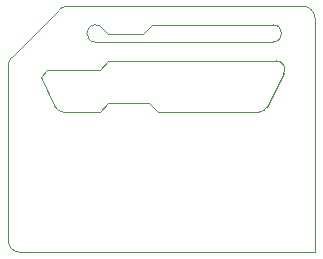
<source format=gbr>
G04 #@! TF.GenerationSoftware,KiCad,Pcbnew,(6.0.6-0)*
G04 #@! TF.CreationDate,2022-09-13T12:01:24-04:00*
G04 #@! TF.ProjectId,DA-15 Board,44412d31-3520-4426-9f61-72642e6b6963,1*
G04 #@! TF.SameCoordinates,Original*
G04 #@! TF.FileFunction,Profile,NP*
%FSLAX46Y46*%
G04 Gerber Fmt 4.6, Leading zero omitted, Abs format (unit mm)*
G04 Created by KiCad (PCBNEW (6.0.6-0)) date 2022-09-13 12:01:24*
%MOMM*%
%LPD*%
G01*
G04 APERTURE LIST*
G04 #@! TA.AperFunction,Profile*
%ADD10C,0.100000*%
G04 #@! TD*
G04 APERTURE END LIST*
D10*
X138370000Y-93740000D02*
X139120000Y-92990000D01*
X135410000Y-93740000D02*
X134670000Y-92994481D01*
X149360000Y-94460038D02*
G75*
G03*
X149360000Y-92988962I0J735538D01*
G01*
X131960000Y-91429551D02*
G75*
G03*
X131252576Y-91722576I0J-1000449D01*
G01*
X150269955Y-97109974D02*
G75*
G03*
X149640000Y-96050000I-612655J353074D01*
G01*
X152910199Y-92430000D02*
G75*
G03*
X151910000Y-91429801I-1000199J0D01*
G01*
X134350000Y-92994481D02*
G75*
G03*
X134350000Y-94465519I0J-735519D01*
G01*
X152910000Y-112250000D02*
X127957247Y-112252952D01*
X148210000Y-100370000D02*
X139600000Y-100370000D01*
X127256891Y-95725452D02*
G75*
G03*
X126963845Y-96432855I707409J-707448D01*
G01*
X126957048Y-111252753D02*
X126963845Y-96432855D01*
X149360000Y-94460000D02*
X134350000Y-94465519D01*
X130952271Y-99952146D02*
X129730000Y-97440000D01*
X127256870Y-95725431D02*
X131252576Y-91722576D01*
X139120000Y-92990000D02*
X149360000Y-92988962D01*
X134700000Y-96790000D02*
X135440000Y-96050000D01*
X134670000Y-92994481D02*
X134350000Y-92994481D01*
X131960000Y-91429551D02*
X151910000Y-91429801D01*
X139600000Y-100370000D02*
X138860000Y-99630000D01*
X130220000Y-96790000D02*
X134700000Y-96790000D01*
X135440000Y-96050000D02*
X149640000Y-96050000D01*
X126957048Y-111252753D02*
G75*
G03*
X127957247Y-112252952I1000152J-47D01*
G01*
X130952225Y-99952167D02*
G75*
G03*
X131612271Y-100372146I652975J297567D01*
G01*
X135410000Y-93740000D02*
X138370000Y-93740000D01*
X150270000Y-97110000D02*
X148870000Y-99950000D01*
X152910199Y-92430000D02*
X152910000Y-112250000D01*
X135430000Y-99630000D02*
X134690000Y-100370000D01*
X134690000Y-100370000D02*
X131612271Y-100372146D01*
X130220000Y-96790000D02*
X129730000Y-97440000D01*
X138860000Y-99630000D02*
X135430000Y-99630000D01*
X148210000Y-100370042D02*
G75*
G03*
X148870000Y-99950000I7000J717542D01*
G01*
M02*

</source>
